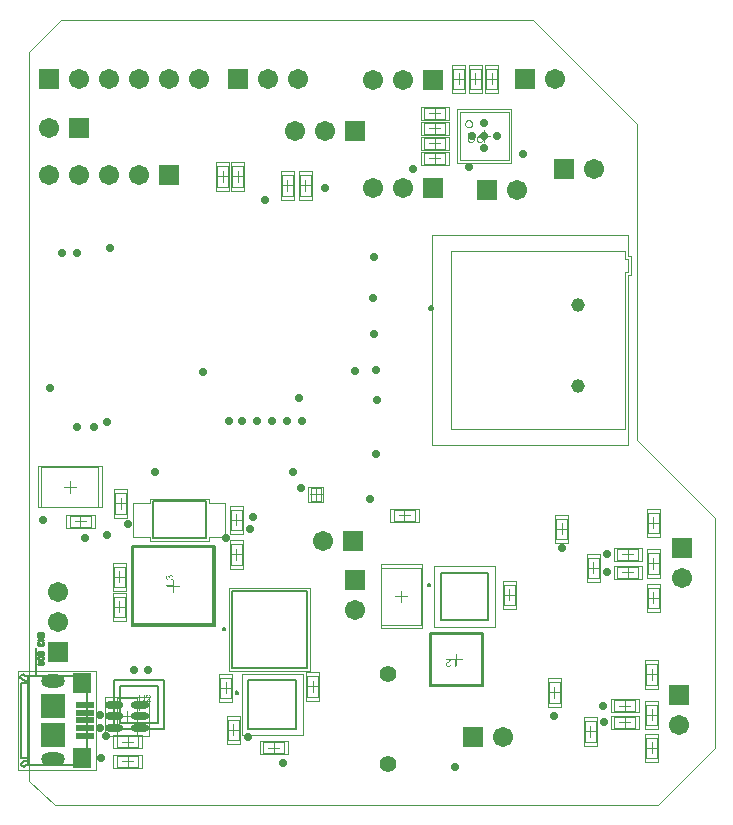
<source format=gbs>
%FSTAX23Y23*%
%MOIN*%
%SFA1B1*%

%IPPOS*%
%ADD10C,0.009449*%
%ADD13C,0.007874*%
%ADD14C,0.005000*%
%ADD16C,0.004000*%
%ADD17C,0.003937*%
%ADD18C,0.010000*%
%ADD19C,0.001969*%
%ADD68R,0.067055X0.067055*%
%ADD69C,0.067055*%
%ADD70C,0.045401*%
%ADD71R,0.067055X0.067055*%
%ADD72C,0.027685*%
%ADD73O,0.078866X0.043433*%
%ADD74C,0.055244*%
%ADD92O,0.061149X0.025716*%
%ADD93R,0.061149X0.023748*%
%ADD94R,0.063118X0.070992*%
%ADD95R,0.082803X0.082803*%
%LNsolears_v1-1*%
%LPD*%
G36*
X01384Y01353D02*
Y01353D01*
Y01352*
Y01352*
Y01352*
X01384Y01352*
Y01351*
X01384Y01351*
X01384Y0135*
X01384Y01349*
X01384Y01348*
X01384Y01347*
X01384Y01347*
X01383Y01346*
Y01346*
X01383Y01346*
X01383Y01346*
X01383Y01346*
X01383Y01346*
X01383Y01345*
X01382Y01345*
X01382Y01344*
X01381Y01343*
X0138Y01343*
X0138*
X0138Y01343*
X0138Y01343*
X0138Y01343*
X0138Y01343*
X01379Y01342*
X01379Y01342*
X01379Y01342*
X01378Y01342*
X01378Y01342*
X01377Y01342*
X01377Y01342*
X01376Y01342*
X01376Y01342*
X01374Y01341*
X01374*
X01374Y01342*
X01374*
X01373Y01342*
X01373Y01342*
X01372Y01342*
X01371Y01342*
X01371Y01342*
X0137Y01342*
X01369Y01343*
X01369*
X01369Y01343*
X01368Y01343*
X01368Y01343*
X01368Y01343*
X01367Y01344*
X01367Y01344*
X01366Y01345*
X01366Y01345*
X01365Y01346*
Y01346*
X01365Y01346*
X01365Y01346*
X01365Y01347*
X01365Y01347*
X01365Y01347*
X01365Y01347*
X01365Y01348*
X01365Y01348*
X01365Y01349*
X01365Y01349*
X01365Y0135*
X01365Y0135*
X01365Y01351*
X01365Y01352*
Y01353*
Y01367*
X01368*
Y01353*
Y01353*
Y01352*
Y01352*
Y01352*
X01368Y01352*
Y01351*
X01368Y01351*
X01368Y0135*
X01368Y01349*
X01368Y01348*
X01368Y01348*
X01368Y01348*
X01368Y01348*
X01369Y01347*
X01369Y01347*
X01369Y01347*
X01369Y01346*
X0137Y01346*
X0137Y01346*
X01371Y01345*
X01371Y01345*
X01371Y01345*
X01371Y01345*
X01372Y01345*
X01372Y01345*
X01373Y01345*
X01373Y01345*
X01374Y01344*
X01375*
X01375Y01345*
X01375*
X01375Y01345*
X01376Y01345*
X01377Y01345*
X01378Y01345*
X01379Y01346*
X01379Y01346*
X01379Y01346*
X01379Y01346*
X01379Y01346*
X0138Y01346*
X0138Y01346*
X0138Y01347*
X0138Y01347*
X0138Y01347*
X0138Y01348*
X0138Y01348*
X0138Y01348*
X01381Y01349*
X01381Y0135*
X01381Y0135*
X01381Y01351*
X01381Y01352*
Y01353*
Y01367*
X01384*
Y01353*
G37*
G36*
X01398Y01367D02*
X01398Y01367D01*
X01398Y01367*
X01399Y01367*
X01399Y01367*
X014Y01367*
X01401Y01366*
X01401Y01366*
X01402Y01366*
X01402Y01366*
X01403Y01365*
X01403Y01365*
X01403Y01365*
X01403Y01365*
X01403Y01365*
X01403Y01365*
X01403Y01364*
X01404Y01364*
X01404Y01364*
X01404Y01363*
X01405Y01362*
X01405Y01362*
X01405Y01361*
X01405Y01361*
X01405Y0136*
Y0136*
Y0136*
X01405Y0136*
X01405Y01359*
X01405Y01359*
X01405Y01358*
X01404Y01358*
X01404Y01357*
X01404Y01357*
X01404Y01357*
X01404Y01357*
X01404Y01356*
X01403Y01356*
X01403Y01355*
X01403Y01355*
X01402Y01354*
X01402Y01354*
X01402Y01354*
X01402Y01354*
X01401Y01353*
X01401Y01353*
X01401Y01353*
X01401Y01353*
X014Y01352*
X014Y01352*
X014Y01352*
X01399Y01351*
X01399Y01351*
X01398Y0135*
X01397Y0135*
X01397Y0135*
X01397Y0135*
X01397Y0135*
X01397Y01349*
X01397Y01349*
X01396Y01349*
X01396Y01348*
X01395Y01348*
X01395Y01347*
X01394Y01347*
X01394Y01347*
X01394Y01347*
X01394Y01346*
X01394Y01346*
X01393Y01346*
X01393Y01346*
X01393Y01346*
X01393Y01346*
X01392Y01345*
X01405*
Y01342*
X01388*
Y01342*
Y01342*
Y01342*
X01388Y01343*
X01388Y01343*
X01388Y01343*
X01388Y01344*
X01389Y01344*
Y01344*
X01389Y01344*
X01389Y01344*
X01389Y01345*
X01389Y01345*
X01389Y01346*
X0139Y01346*
X0139Y01347*
X01391Y01347*
Y01347*
X01391Y01347*
X01391Y01348*
X01391Y01348*
X01392Y01349*
X01392Y01349*
X01393Y0135*
X01394Y0135*
X01395Y01351*
X01395Y01351*
X01395Y01351*
X01395Y01352*
X01395Y01352*
X01396Y01352*
X01396Y01352*
X01396Y01353*
X01397Y01353*
X01398Y01354*
X01399Y01355*
X01399Y01355*
X014Y01356*
X014Y01356*
X014Y01357*
Y01357*
X014Y01357*
X014Y01357*
X014Y01357*
X01401Y01357*
X01401Y01358*
X01401Y01358*
X01401Y01359*
X01402Y0136*
X01402Y0136*
Y0136*
Y0136*
X01402Y01361*
X01402Y01361*
X01401Y01361*
X01401Y01362*
X01401Y01362*
X01401Y01363*
X014Y01363*
X014Y01363*
X014Y01364*
X014Y01364*
X01399Y01364*
X01399Y01364*
X01398Y01364*
X01398Y01365*
X01397Y01365*
X01397*
X01396Y01365*
X01396Y01365*
X01396Y01364*
X01395Y01364*
X01394Y01364*
X01394Y01364*
X01393Y01363*
X01393Y01363*
X01393Y01363*
X01393Y01363*
X01393Y01362*
X01392Y01362*
X01392Y01361*
X01392Y0136*
X01392Y0136*
X01389Y0136*
Y0136*
X01389Y0136*
Y0136*
X01389Y01361*
X01389Y01361*
X01389Y01361*
X01389Y01362*
X01389Y01362*
X01389Y01363*
X0139Y01364*
X0139Y01364*
X0139Y01365*
X01391Y01365*
X01391Y01365*
X01391Y01365*
X01391Y01365*
X01391Y01366*
X01392Y01366*
X01392Y01366*
X01392Y01366*
X01392Y01366*
X01393Y01366*
X01393Y01366*
X01394Y01367*
X01394Y01367*
X01395Y01367*
X01395Y01367*
X01396Y01367*
X01396Y01367*
X01397Y01367*
X01397*
X01398Y01367*
G37*
G36*
X02423Y01459D02*
X02419D01*
Y01482*
X02407*
Y01485*
X02423*
Y01459*
G37*
G36*
X02405Y01484D02*
Y01484D01*
Y01484*
X02405Y01484*
X02405Y01483*
X02405Y01483*
X02405Y01483*
X02404Y01482*
Y01482*
X02404Y01482*
X02404Y01482*
X02404Y01482*
X02404Y01481*
X02404Y01481*
X02403Y0148*
X02403Y0148*
X02402Y01479*
Y01479*
X02402Y01479*
X02402Y01479*
X02402Y01478*
X02401Y01478*
X02401Y01477*
X024Y01477*
X02399Y01476*
X02398Y01475*
X02398Y01475*
X02398Y01475*
X02398Y01475*
X02398Y01475*
X02397Y01474*
X02397Y01474*
X02397Y01474*
X02396Y01473*
X02395Y01472*
X02394Y01472*
X02394Y01471*
X02393Y01471*
X02393Y0147*
X02393Y0147*
Y0147*
X02393Y0147*
X02393Y0147*
X02393Y0147*
X02392Y01469*
X02392Y01469*
X02392Y01468*
X02392Y01467*
X02391Y01467*
X02391Y01466*
Y01466*
Y01466*
X02391Y01466*
X02391Y01465*
X02392Y01465*
X02392Y01465*
X02392Y01464*
X02392Y01464*
X02393Y01463*
X02393Y01463*
X02393Y01463*
X02393Y01463*
X02394Y01462*
X02394Y01462*
X02395Y01462*
X02395Y01462*
X02396Y01462*
X02396*
X02396Y01462*
X02397Y01462*
X02397Y01462*
X02398Y01462*
X02399Y01462*
X02399Y01463*
X024Y01463*
X024Y01463*
X024Y01463*
X024Y01464*
X024Y01464*
X02401Y01465*
X02401Y01465*
X02401Y01466*
X02401Y01467*
X02404Y01466*
Y01466*
X02404Y01466*
Y01466*
X02404Y01466*
X02404Y01466*
X02404Y01465*
X02404Y01465*
X02404Y01464*
X02404Y01464*
X02403Y01463*
X02403Y01462*
X02403Y01462*
X02402Y01461*
X02402Y01461*
X02402Y01461*
X02402Y01461*
X02402Y01461*
X02401Y01461*
X02401Y01461*
X02401Y01461*
X02401Y0146*
X024Y0146*
X024Y0146*
X02399Y0146*
X02399Y0146*
X02398Y01459*
X02398Y01459*
X02397Y01459*
X02397Y01459*
X02396Y01459*
X02396*
X02395Y01459*
X02395Y01459*
X02395Y01459*
X02394Y01459*
X02394Y01459*
X02393Y0146*
X02392Y0146*
X02392Y0146*
X02391Y01461*
X02391Y01461*
X0239Y01461*
X0239Y01461*
X0239Y01461*
X0239Y01461*
X0239Y01462*
X0239Y01462*
X0239Y01462*
X02389Y01462*
X02389Y01463*
X02389Y01463*
X02388Y01464*
X02388Y01465*
X02388Y01465*
X02388Y01466*
X02388Y01466*
Y01466*
Y01466*
X02388Y01467*
X02388Y01467*
X02388Y01468*
X02388Y01468*
X02389Y01469*
X02389Y01469*
X02389Y01469*
X02389Y01469*
X02389Y0147*
X02389Y0147*
X0239Y01471*
X0239Y01471*
X0239Y01472*
X02391Y01472*
X02391Y01472*
X02391Y01473*
X02391Y01473*
X02392Y01473*
X02392Y01473*
X02392Y01473*
X02392Y01474*
X02393Y01474*
X02393Y01474*
X02393Y01475*
X02394Y01475*
X02394Y01476*
X02395Y01476*
X02396Y01477*
X02396Y01477*
X02396Y01477*
X02396Y01477*
X02396Y01477*
X02396Y01477*
X02397Y01477*
X02397Y01478*
X02398Y01478*
X02398Y01479*
X02399Y0148*
X02399Y0148*
X02399Y0148*
X02399Y0148*
X02399Y0148*
X024Y0148*
X024Y0148*
X024Y01481*
X024Y01481*
X02401Y01482*
X02388*
Y01485*
X02405*
Y01484*
G37*
G36*
X01473Y01765D02*
X01473Y01765D01*
X01473Y01765*
X01474Y01765*
X01474Y01765*
X01475Y01764*
X01475Y01764*
X01476Y01764*
X01476Y01764*
X01477Y01763*
X01477Y01763*
X01478Y01763*
X01478Y01762*
X01478Y01762*
X01478Y01762*
X01478Y01762*
X01478Y01762*
X01478Y01762*
X01479Y01761*
X01479Y01761*
X01479Y0176*
X01479Y0176*
X01479Y01759*
X0148Y01759*
X0148Y01758*
X0148Y01758*
X0148Y01757*
X0148Y01756*
Y01756*
X0148Y01756*
X0148Y01756*
X0148Y01755*
X0148Y01755*
X0148Y01755*
X01479Y01754*
X01479Y01753*
X01479Y01752*
X01479Y01752*
X01478Y01751*
X01478Y01751*
X01478Y01751*
X01478Y01751*
X01478Y01751*
X01478Y01751*
X01477Y0175*
X01477Y0175*
X01477Y0175*
X01477Y0175*
X01476Y0175*
X01476Y01749*
X01475Y01749*
X01474Y01749*
X01473Y01749*
X01473Y01748*
X01472Y01752*
X01472*
X01473Y01752*
X01473Y01752*
X01473Y01752*
X01473Y01752*
X01473Y01752*
X01474Y01752*
X01475Y01752*
X01475Y01753*
X01476Y01753*
X01476Y01753*
X01476Y01753*
X01476Y01754*
X01477Y01754*
X01477Y01754*
X01477Y01755*
X01477Y01755*
X01477Y01756*
X01477Y01756*
Y01757*
X01477Y01757*
X01477Y01757*
X01477Y01758*
X01477Y01758*
X01477Y01759*
X01476Y0176*
X01476Y0176*
X01476Y0176*
X01476Y0176*
X01475Y01761*
X01475Y01761*
X01474Y01761*
X01474Y01761*
X01473Y01762*
X01472Y01762*
X01472*
X01472*
X01472*
X01472Y01762*
X01471Y01762*
X01471Y01761*
X0147Y01761*
X0147Y01761*
X01469Y01761*
X01469Y0176*
X01469Y0176*
X01468Y0176*
X01468Y0176*
X01468Y01759*
X01468Y01759*
X01467Y01758*
X01467Y01757*
X01467Y01757*
Y01756*
X01467Y01756*
X01467Y01756*
X01467Y01755*
X01467Y01755*
X01468Y01755*
X01465Y01755*
Y01755*
X01465Y01755*
Y01756*
X01465Y01756*
X01465Y01757*
X01465Y01757*
X01464Y01758*
X01464Y01758*
X01464Y01759*
Y01759*
X01464Y01759*
X01464Y01759*
X01463Y01759*
X01463Y0176*
X01463Y0176*
X01462Y0176*
X01461Y0176*
X01461Y01761*
X01461*
X01461*
X01461*
X0146*
X0146Y0176*
X0146Y0176*
X01459Y0176*
X01459Y0176*
X01458Y0176*
X01458Y01759*
X01458Y01759*
X01458Y01759*
X01458Y01759*
X01457Y01759*
X01457Y01758*
X01457Y01758*
X01457Y01757*
X01457Y01756*
Y01756*
X01457Y01756*
X01457Y01755*
X01457Y01755*
X01457Y01754*
X01458Y01754*
X01458Y01753*
X01458Y01753*
X01458Y01753*
X01458Y01753*
X01459Y01753*
X01459Y01753*
X0146Y01752*
X0146Y01752*
X01461Y01752*
X01461Y01749*
X01461*
X01461Y01749*
X0146Y01749*
X0146Y01749*
X0146Y01749*
X0146Y01749*
X01459Y01749*
X01458Y0175*
X01457Y0175*
X01457Y01751*
X01456Y01751*
X01456Y01751*
X01456Y01751*
X01456Y01752*
X01456Y01752*
X01456Y01752*
X01455Y01752*
X01455Y01752*
X01455Y01753*
X01455Y01753*
X01454Y01754*
X01454Y01755*
X01454Y01756*
Y01757*
X01454Y01757*
X01454Y01758*
X01454Y01758*
X01455Y01759*
X01455Y01759*
X01455Y0176*
Y0176*
X01455Y0176*
X01455Y0176*
X01455Y01761*
X01456Y01761*
X01456Y01762*
X01456Y01762*
X01457Y01762*
X01458Y01763*
X01458Y01763*
X01458Y01763*
X01458Y01763*
X01458Y01763*
X01459Y01763*
X0146Y01764*
X0146Y01764*
X01461Y01764*
X01461*
X01461*
X01461Y01764*
X01462Y01764*
X01462Y01763*
X01463Y01763*
X01463Y01763*
X01464Y01763*
X01464Y01763*
X01464Y01763*
X01464Y01762*
X01465Y01762*
X01465Y01762*
X01465Y01761*
X01466Y01761*
X01466Y0176*
Y0176*
X01466Y0176*
X01466Y0176*
X01466Y01761*
X01466Y01761*
X01466Y01761*
X01467Y01762*
X01467Y01763*
X01467Y01763*
X01468Y01764*
X01468Y01764*
X01468Y01764*
X01469Y01764*
X01469Y01764*
X0147Y01765*
X0147Y01765*
X01471Y01765*
X01472Y01765*
X01472*
X01472*
X01472*
X01473Y01765*
G37*
G36*
X0148Y0173D02*
X01454D01*
Y01733*
X01477*
Y01746*
X0148*
Y0173*
G37*
G54D10*
X02342Y02657D02*
D01*
X02342Y02657*
X02342Y02657*
X02342Y02658*
X02342Y02658*
X02342Y02658*
X02342Y02659*
X02342Y02659*
X02341Y02659*
X02341Y02659*
X02341Y0266*
X02341Y0266*
X02341Y0266*
X0234Y0266*
X0234Y02661*
X0234Y02661*
X02339Y02661*
X02339Y02661*
X02339Y02661*
X02339Y02661*
X02338Y02661*
X02338Y02661*
X02338Y02661*
X02337*
X02337Y02661*
X02337Y02661*
X02336Y02661*
X02336Y02661*
X02336Y02661*
X02335Y02661*
X02335Y02661*
X02335Y02661*
X02334Y0266*
X02334Y0266*
X02334Y0266*
X02334Y0266*
X02334Y02659*
X02333Y02659*
X02333Y02659*
X02333Y02659*
X02333Y02658*
X02333Y02658*
X02333Y02658*
X02333Y02657*
X02333Y02657*
X02333Y02657*
X02333Y02656*
X02333Y02656*
X02333Y02656*
X02333Y02655*
X02333Y02655*
X02333Y02655*
X02333Y02654*
X02333Y02654*
X02334Y02654*
X02334Y02654*
X02334Y02653*
X02334Y02653*
X02334Y02653*
X02335Y02653*
X02335Y02653*
X02335Y02652*
X02336Y02652*
X02336Y02652*
X02336Y02652*
X02337Y02652*
X02337Y02652*
X02337Y02652*
X02338*
X02338Y02652*
X02338Y02652*
X02339Y02652*
X02339Y02652*
X02339Y02652*
X02339Y02652*
X0234Y02653*
X0234Y02653*
X0234Y02653*
X02341Y02653*
X02341Y02653*
X02341Y02654*
X02341Y02654*
X02341Y02654*
X02342Y02654*
X02342Y02655*
X02342Y02655*
X02342Y02655*
X02342Y02656*
X02342Y02656*
X02342Y02656*
X02342Y02657*
G54D13*
X01302Y01397D02*
X01427D01*
Y01272D02*
Y01397D01*
X01302Y01272D02*
X01427D01*
X01302D02*
Y01397D01*
X02338Y014D02*
X02507D01*
X02338D02*
Y01569D01*
X02507*
Y014D02*
Y01569D01*
X01346Y01601D02*
Y01859D01*
X01613*
Y01601D02*
Y01859D01*
X01346Y01601D02*
X01613D01*
X01282Y01417D02*
X01447D01*
Y01252D02*
Y01417D01*
X01282Y01252D02*
X01447D01*
X01282D02*
Y01417D01*
X02334Y01396D02*
X02511D01*
X02334D02*
Y01573D01*
X02511*
Y01396D02*
Y01573D01*
X01342Y01597D02*
Y01863D01*
X01617*
Y01597D02*
Y01863D01*
X01342Y01597D02*
X01617D01*
X01282Y01417D02*
X01447D01*
Y01252D02*
Y01417D01*
X01282Y01252D02*
X01447D01*
X01282D02*
Y01417D01*
X02334Y01396D02*
X02511D01*
X02334D02*
Y01573D01*
X02511*
Y01396D02*
Y01573D01*
X01342Y01597D02*
Y01863D01*
X01617*
Y01597D02*
Y01863D01*
X01342Y01597D02*
X01617D01*
X01652Y01585D02*
D01*
X01652Y01585*
X01652Y01585*
X01652Y01585*
X01652Y01586*
X01652Y01586*
X01652Y01586*
X01651Y01586*
X01651Y01587*
X01651Y01587*
X01651Y01587*
X01651Y01587*
X01651Y01587*
X0165Y01588*
X0165Y01588*
X0165Y01588*
X0165Y01588*
X01649Y01588*
X01649Y01588*
X01649Y01588*
X01649Y01588*
X01648Y01588*
X01648Y01588*
X01648*
X01648Y01588*
X01647Y01588*
X01647Y01588*
X01647Y01588*
X01646Y01588*
X01646Y01588*
X01646Y01588*
X01646Y01588*
X01646Y01588*
X01645Y01587*
X01645Y01587*
X01645Y01587*
X01645Y01587*
X01645Y01587*
X01644Y01586*
X01644Y01586*
X01644Y01586*
X01644Y01586*
X01644Y01585*
X01644Y01585*
X01644Y01585*
X01644Y01585*
X01644Y01584*
X01644Y01584*
X01644Y01584*
X01644Y01583*
X01644Y01583*
X01644Y01583*
X01644Y01583*
X01645Y01582*
X01645Y01582*
X01645Y01582*
X01645Y01582*
X01645Y01582*
X01646Y01581*
X01646Y01581*
X01646Y01581*
X01646Y01581*
X01646Y01581*
X01647Y01581*
X01647Y01581*
X01647Y01581*
X01648Y01581*
X01648Y01581*
X01648*
X01648Y01581*
X01649Y01581*
X01649Y01581*
X01649Y01581*
X01649Y01581*
X0165Y01581*
X0165Y01581*
X0165Y01581*
X0165Y01581*
X01651Y01582*
X01651Y01582*
X01651Y01582*
X01651Y01582*
X01651Y01582*
X01651Y01583*
X01652Y01583*
X01652Y01583*
X01652Y01583*
X01652Y01584*
X01652Y01584*
X01652Y01584*
X01652Y01585*
X02336Y01733D02*
D01*
X02336Y01733*
X02336Y01733*
X02336Y01734*
X02336Y01734*
X02336Y01734*
X02336Y01734*
X02336Y01735*
X02336Y01735*
X02336Y01735*
X02335Y01735*
X02335Y01736*
X02335Y01736*
X02335Y01736*
X02335Y01736*
X02334Y01736*
X02334Y01736*
X02334Y01737*
X02334Y01737*
X02333Y01737*
X02333Y01737*
X02333Y01737*
X02333Y01737*
X02332*
X02332Y01737*
X02332Y01737*
X02331Y01737*
X02331Y01737*
X02331Y01737*
X02331Y01736*
X0233Y01736*
X0233Y01736*
X0233Y01736*
X0233Y01736*
X0233Y01736*
X02329Y01735*
X02329Y01735*
X02329Y01735*
X02329Y01735*
X02329Y01734*
X02329Y01734*
X02329Y01734*
X02329Y01734*
X02328Y01733*
X02328Y01733*
X02328Y01733*
X02328Y01733*
X02328Y01732*
X02329Y01732*
X02329Y01732*
X02329Y01732*
X02329Y01731*
X02329Y01731*
X02329Y01731*
X02329Y01731*
X02329Y0173*
X0233Y0173*
X0233Y0173*
X0233Y0173*
X0233Y0173*
X0233Y01729*
X02331Y01729*
X02331Y01729*
X02331Y01729*
X02331Y01729*
X02332Y01729*
X02332Y01729*
X02332Y01729*
X02333*
X02333Y01729*
X02333Y01729*
X02333Y01729*
X02334Y01729*
X02334Y01729*
X02334Y01729*
X02334Y01729*
X02335Y0173*
X02335Y0173*
X02335Y0173*
X02335Y0173*
X02335Y0173*
X02336Y01731*
X02336Y01731*
X02336Y01731*
X02336Y01731*
X02336Y01732*
X02336Y01732*
X02336Y01732*
X02336Y01732*
X02336Y01733*
X02336Y01733*
X01696Y01374D02*
D01*
X01696Y01374*
X01695Y01374*
X01695Y01375*
X01695Y01375*
X01695Y01375*
X01695Y01375*
X01695Y01376*
X01695Y01376*
X01695Y01376*
X01695Y01376*
X01694Y01377*
X01694Y01377*
X01694Y01377*
X01694Y01377*
X01694Y01377*
X01693Y01377*
X01693Y01378*
X01693Y01378*
X01693Y01378*
X01692Y01378*
X01692Y01378*
X01692Y01378*
X01691*
X01691Y01378*
X01691Y01378*
X01691Y01378*
X0169Y01378*
X0169Y01378*
X0169Y01377*
X0169Y01377*
X01689Y01377*
X01689Y01377*
X01689Y01377*
X01689Y01377*
X01689Y01376*
X01688Y01376*
X01688Y01376*
X01688Y01376*
X01688Y01375*
X01688Y01375*
X01688Y01375*
X01688Y01375*
X01688Y01374*
X01688Y01374*
X01688Y01374*
X01688Y01374*
X01688Y01373*
X01688Y01373*
X01688Y01373*
X01688Y01373*
X01688Y01372*
X01688Y01372*
X01688Y01372*
X01688Y01372*
X01689Y01371*
X01689Y01371*
X01689Y01371*
X01689Y01371*
X01689Y01371*
X0169Y0137*
X0169Y0137*
X0169Y0137*
X0169Y0137*
X01691Y0137*
X01691Y0137*
X01691Y0137*
X01691Y0137*
X01692*
X01692Y0137*
X01692Y0137*
X01693Y0137*
X01693Y0137*
X01693Y0137*
X01693Y0137*
X01694Y0137*
X01694Y01371*
X01694Y01371*
X01694Y01371*
X01694Y01371*
X01695Y01371*
X01695Y01372*
X01695Y01372*
X01695Y01372*
X01695Y01372*
X01695Y01373*
X01695Y01373*
X01695Y01373*
X01695Y01373*
X01696Y01374*
X01696Y01374*
G54D14*
X00997Y01131D02*
D01*
X00996Y01131*
X00995Y01132*
X00994Y01132*
X00993Y01132*
X00993Y01132*
X00992Y01132*
X00991Y01132*
X0099Y01132*
X00989Y01132*
X00989Y01132*
X00988Y01132*
X00987Y01132*
X00986Y01131*
X00986Y01131*
X00985Y0113*
X00984Y0113*
X00984Y01129*
X00983Y01129*
X00982Y01128*
X00982Y01128*
X00981Y01127*
X00981Y01126*
X00981Y01126*
X00993Y01147D02*
D01*
X00991Y01147*
X0099Y01147*
X00989Y01147*
X00988Y01147*
X00986Y01147*
X00985Y01147*
X00984Y01147*
X00983Y01146*
X00982Y01146*
X0098Y01145*
X00979Y01145*
X00978Y01144*
X00977Y01143*
X00976Y01142*
X00975Y01141*
X00975Y01141*
X00974Y0114*
X00973Y01138*
X00972Y01137*
X00972Y01136*
X00971Y01135*
X00971Y01134*
X00971Y01133*
X00981Y01435D02*
D01*
X00981Y01435*
X00982Y01434*
X00982Y01433*
X00983Y01433*
X00983Y01432*
X00984Y01432*
X00984Y01431*
X00985Y01431*
X00986Y0143*
X00987Y0143*
X00987Y0143*
X00988Y01429*
X00989Y01429*
X0099Y01429*
X00991Y01429*
X00991Y01429*
X00992Y01429*
X00993Y01429*
X00994Y01429*
X00995Y0143*
X00995Y0143*
X00996Y0143*
X00997Y0143*
X00969Y01428D02*
D01*
X00969Y01427*
X0097Y01426*
X0097Y01424*
X00971Y01423*
X00972Y01422*
X00973Y01421*
X00974Y0142*
X00974Y01419*
X00975Y01418*
X00977Y01417*
X00978Y01417*
X00979Y01416*
X0098Y01415*
X00981Y01415*
X00983Y01415*
X00984Y01414*
X00985Y01414*
X00987Y01414*
X00988Y01414*
X00989Y01414*
X00991Y01414*
X00992Y01414*
X00993Y01415*
X01193Y01131D02*
Y0143D01*
X01022D02*
X01193D01*
X00995D02*
X01022D01*
X00995Y01131D02*
Y0143D01*
Y01131D02*
X00997D01*
X01193*
X00971Y01133D02*
X00981Y01126D01*
X00971Y01155D02*
X00993D01*
X00971D02*
Y01407D01*
X00993*
X00969Y01428D02*
X00981Y01435D01*
X01022Y0143D02*
Y01523D01*
X01674Y01714D02*
X01925D01*
Y01455D02*
Y01714D01*
X01674Y01455D02*
X01925D01*
X01674D02*
Y01714D01*
X02371Y01616D02*
Y01773D01*
X02528Y01616D02*
Y01773D01*
X02371D02*
X02528D01*
X02371Y01616D02*
X02528D01*
X01411Y02011D02*
X01588D01*
Y01888D02*
Y02011D01*
X01411Y01888D02*
X01588D01*
X01411D02*
Y02011D01*
X01729Y01254D02*
Y01415D01*
X0189Y01254D02*
Y01415D01*
X01729D02*
X0189D01*
X01729Y01254D02*
X0189D01*
G54D16*
X02461Y0324D02*
Y03215D01*
X02466Y0321*
X02476*
X02481Y03215*
Y0324*
X02511D02*
X02501Y03235D01*
X02491Y03225*
Y03215*
X02496Y0321*
X02506*
X02511Y03215*
Y0322*
X02506Y03225*
X02491*
G54D17*
X01Y0108D02*
Y0351D01*
X01105Y03615*
X0268*
X0291Y03385*
X0299Y03305*
X03025Y0327*
Y02215D02*
Y0327D01*
Y02215D02*
X03285Y01955D01*
Y0119D02*
Y01955D01*
X03095Y01D02*
X03285Y0119D01*
X01085Y01D02*
X03095D01*
X01Y0108D02*
X01085Y01D01*
X02476Y0327D02*
D01*
X02476Y0327*
X02476Y03271*
X02476Y03272*
X02475Y03273*
X02475Y03274*
X02475Y03274*
X02474Y03275*
X02474Y03276*
X02474Y03276*
X02473Y03277*
X02473Y03278*
X02472Y03278*
X02471Y03279*
X02471Y03279*
X0247Y0328*
X02469Y0328*
X02468Y0328*
X02468Y03281*
X02467Y03281*
X02466Y03281*
X02465Y03281*
X02464Y03281*
X02464*
X02463Y03281*
X02462Y03281*
X02461Y03281*
X0246Y03281*
X0246Y0328*
X02459Y0328*
X02458Y0328*
X02457Y03279*
X02457Y03279*
X02456Y03278*
X02456Y03278*
X02455Y03277*
X02454Y03276*
X02454Y03276*
X02454Y03275*
X02453Y03274*
X02453Y03274*
X02453Y03273*
X02452Y03272*
X02452Y03271*
X02452Y0327*
X02452Y0327*
X02452Y03269*
X02452Y03268*
X02452Y03267*
X02453Y03266*
X02453Y03265*
X02453Y03265*
X02454Y03264*
X02454Y03263*
X02454Y03263*
X02455Y03262*
X02456Y03261*
X02456Y03261*
X02457Y0326*
X02457Y0326*
X02458Y03259*
X02459Y03259*
X0246Y03259*
X0246Y03258*
X02461Y03258*
X02462Y03258*
X02463Y03258*
X02464Y03258*
X02464*
X02465Y03258*
X02466Y03258*
X02467Y03258*
X02468Y03258*
X02468Y03259*
X02469Y03259*
X0247Y03259*
X02471Y0326*
X02471Y0326*
X02472Y03261*
X02473Y03261*
X02473Y03262*
X02474Y03263*
X02474Y03263*
X02474Y03264*
X02475Y03265*
X02475Y03265*
X02475Y03266*
X02476Y03267*
X02476Y03268*
X02476Y03269*
X02476Y0327*
X0104Y02126D02*
X01229D01*
X0104Y01993D02*
X01229D01*
X0104D02*
Y02126D01*
X01229Y01993D02*
Y02126D01*
X02861Y01824D02*
X02898D01*
X02861Y01755D02*
X02898D01*
Y01824*
X02861Y01755D02*
Y01824D01*
X02215Y01946D02*
Y01983D01*
X02284Y01946D02*
Y01983D01*
X02215D02*
X02284D01*
X02215Y01946D02*
X02284D01*
X03061Y01724D02*
X03098D01*
X03061Y01655D02*
X03098D01*
Y01724*
X03061Y01655D02*
Y01724D01*
Y01839D02*
X03098D01*
X03061Y0177D02*
X03098D01*
Y01839*
X03061Y0177D02*
Y01839D01*
Y01974D02*
X03098D01*
X03061Y01905D02*
X03098D01*
Y01974*
X03061Y01905D02*
Y01974D01*
X02756Y01954D02*
X02793D01*
X02756Y01885D02*
X02793D01*
Y01954*
X02756Y01885D02*
Y01954D01*
X0296Y01756D02*
Y01793D01*
X03029Y01756D02*
Y01793D01*
X0296D02*
X03029D01*
X0296Y01756D02*
X03029D01*
X0296Y01816D02*
Y01853D01*
X03029Y01816D02*
Y01853D01*
X0296D02*
X03029D01*
X0296Y01816D02*
X03029D01*
X02851Y01279D02*
X02888D01*
X02851Y0121D02*
X02888D01*
Y01279*
X02851Y0121D02*
Y01279D01*
X03056Y01469D02*
X03093D01*
X03056Y014D02*
X03093D01*
Y01469*
X03056Y014D02*
Y01469D01*
X02731Y01409D02*
X02768D01*
X02731Y0134D02*
X02768D01*
Y01409*
X02731Y0134D02*
Y01409D01*
X0295Y01256D02*
Y01293D01*
X03019Y01256D02*
Y01293D01*
X0295D02*
X03019D01*
X0295Y01256D02*
X03019D01*
X0295Y01311D02*
Y01348D01*
X03019Y01311D02*
Y01348D01*
X0295D02*
X03019D01*
X0295Y01311D02*
X03019D01*
X03056Y01334D02*
X03093D01*
X03056Y01265D02*
X03093D01*
Y01334*
X03056Y01265D02*
Y01334D01*
Y01224D02*
X03093D01*
X03056Y01155D02*
X03093D01*
Y01224*
X03056Y01155D02*
Y01224D01*
X01204Y01926D02*
Y01963D01*
X01135Y01926D02*
Y01963D01*
Y01926D02*
X01204D01*
X01135Y01963D02*
X01204D01*
X01676Y03129D02*
X01713D01*
X01676Y0306D02*
X01713D01*
Y03129*
X01676Y0306D02*
Y03129D01*
X01626D02*
X01663D01*
X01626Y0306D02*
X01663D01*
Y03129*
X01626Y0306D02*
Y03129D01*
X01901Y03099D02*
X01938D01*
X01901Y0303D02*
X01938D01*
Y03099*
X01901Y0303D02*
Y03099D01*
X01841D02*
X01878D01*
X01841Y0303D02*
X01878D01*
Y03099*
X01841Y0303D02*
Y03099D01*
X02986Y02253D02*
Y02775D01*
X02405Y02253D02*
X02986D01*
X02405D02*
Y02846D01*
X02986Y02775D02*
X02996D01*
Y02818*
X02986D02*
X02996D01*
X02986D02*
Y02846D01*
X02405D02*
X02986D01*
X02435Y03149D02*
Y0331D01*
X02597Y03149D02*
Y0331D01*
X02435D02*
X02597D01*
X02435Y03149D02*
X02597D01*
X02385Y03236D02*
Y03273D01*
X02316Y03236D02*
Y03273D01*
Y03236D02*
X02385D01*
X02316Y03273D02*
X02385D01*
Y03286D02*
Y03323D01*
X02316Y03286D02*
Y03323D01*
Y03286D02*
X02385D01*
X02316Y03323D02*
X02385D01*
Y03186D02*
Y03223D01*
X02316Y03186D02*
Y03223D01*
Y03186D02*
X02385D01*
X02316Y03223D02*
X02385D01*
Y03136D02*
Y03173D01*
X02316Y03136D02*
Y03173D01*
Y03136D02*
X02385D01*
X02316Y03173D02*
X02385D01*
X02412Y03454D02*
X0245D01*
X02412Y03385D02*
X0245D01*
Y03454*
X02412Y03385D02*
Y03454D01*
X02522D02*
X0256D01*
X02522Y03385D02*
X0256D01*
Y03454*
X02522Y03385D02*
Y03454D01*
X02467D02*
X02505D01*
X02467Y03385D02*
X02505D01*
Y03454*
X02467Y03385D02*
Y03454D01*
X01971Y02014D02*
Y02055D01*
X01938Y02014D02*
Y02055D01*
Y02014D02*
X01971D01*
X01938Y02055D02*
X01971D01*
X01291Y01356D02*
X01358D01*
X01291Y01233D02*
X01358D01*
Y01356*
X01291Y01233D02*
Y01356D01*
X01293Y01191D02*
Y01228D01*
X01362Y01191D02*
Y01228D01*
X01293D02*
X01362D01*
X01293Y01191D02*
X01362D01*
X01293Y01126D02*
Y01163D01*
X01362Y01126D02*
Y01163D01*
X01293D02*
X01362D01*
X01293Y01126D02*
X01362D01*
X02306Y016D02*
Y01789D01*
X02173Y016D02*
Y01789D01*
X02306*
X02173Y016D02*
X02306D01*
X01281Y01625D02*
X01318D01*
X01281Y01694D02*
X01318D01*
X01281Y01625D02*
Y01694D01*
X01318Y01625D02*
Y01694D01*
X01281Y01725D02*
X01318D01*
X01281Y01794D02*
X01318D01*
X01281Y01725D02*
Y01794D01*
X01318Y01725D02*
Y01794D01*
X01671Y01915D02*
X01708D01*
X01671Y01984D02*
X01708D01*
X01671Y01915D02*
Y01984D01*
X01708Y01915D02*
Y01984D01*
X01671Y018D02*
X01708D01*
X01671Y01869D02*
X01708D01*
X01671Y018D02*
Y01869D01*
X01708Y018D02*
Y01869D01*
X01286Y0197D02*
X01323D01*
X01286Y02039D02*
X01323D01*
X01286Y0197D02*
Y02039D01*
X01323Y0197D02*
Y02039D01*
X01926Y01429D02*
X01963D01*
X01926Y0136D02*
X01963D01*
Y01429*
X01926Y0136D02*
Y01429D01*
X01661Y01215D02*
X01698D01*
X01661Y01284D02*
X01698D01*
X01661Y01215D02*
Y01284D01*
X01698Y01215D02*
Y01284D01*
X01636Y01424D02*
X01673D01*
X01636Y01355D02*
X01673D01*
Y01424*
X01636Y01355D02*
Y01424D01*
X01849Y01171D02*
Y01208D01*
X0178Y01171D02*
Y01208D01*
Y01171D02*
X01849D01*
X0178Y01208D02*
X01849D01*
X02581Y01734D02*
X02618D01*
X02581Y01665D02*
X02618D01*
Y01734*
X02581Y01665D02*
Y01734D01*
X01135Y0204D02*
Y02079D01*
X01115Y0206D02*
X01154D01*
X01028Y02128D02*
X01241D01*
X01028Y01991D02*
X01241D01*
X01028D02*
Y02128D01*
X01241Y01991D02*
Y02128D01*
X02858Y01837D02*
X02901D01*
X02858Y01742D02*
X02901D01*
Y01837*
X02858Y01742D02*
Y01837D01*
X0288Y01771D02*
Y01808D01*
X02861Y0179D02*
X02898D01*
X02202Y01943D02*
Y01986D01*
X02297Y01943D02*
Y01986D01*
X02202D02*
X02297D01*
X02202Y01943D02*
X02297D01*
X02231Y01965D02*
X02268D01*
X0225Y01946D02*
Y01983D01*
X03058Y01737D02*
X03101D01*
X03058Y01642D02*
X03101D01*
Y01737*
X03058Y01642D02*
Y01737D01*
X0308Y01671D02*
Y01708D01*
X03061Y0169D02*
X03098D01*
X03058Y01852D02*
X03101D01*
X03058Y01757D02*
X03101D01*
Y01852*
X03058Y01757D02*
Y01852D01*
X0308Y01786D02*
Y01823D01*
X03061Y01805D02*
X03098D01*
X03058Y01987D02*
X03101D01*
X03058Y01892D02*
X03101D01*
Y01987*
X03058Y01892D02*
Y01987D01*
X0308Y01921D02*
Y01958D01*
X03061Y0194D02*
X03098D01*
X02753Y01967D02*
X02796D01*
X02753Y01872D02*
X02796D01*
Y01967*
X02753Y01872D02*
Y01967D01*
X02775Y01901D02*
Y01938D01*
X02756Y0192D02*
X02793D01*
X02947Y01753D02*
Y01796D01*
X03042Y01753D02*
Y01796D01*
X02947D02*
X03042D01*
X02947Y01753D02*
X03042D01*
X02976Y01775D02*
X03013D01*
X02995Y01756D02*
Y01793D01*
X02947Y01813D02*
Y01856D01*
X03042Y01813D02*
Y01856D01*
X02947D02*
X03042D01*
X02947Y01813D02*
X03042D01*
X02976Y01835D02*
X03013D01*
X02995Y01816D02*
Y01853D01*
X02848Y01292D02*
X02891D01*
X02848Y01197D02*
X02891D01*
Y01292*
X02848Y01197D02*
Y01292D01*
X0287Y01226D02*
Y01263D01*
X02851Y01245D02*
X02888D01*
X03053Y01482D02*
X03096D01*
X03053Y01387D02*
X03096D01*
Y01482*
X03053Y01387D02*
Y01482D01*
X03075Y01416D02*
Y01453D01*
X03056Y01435D02*
X03093D01*
X02728Y01422D02*
X02771D01*
X02728Y01327D02*
X02771D01*
Y01422*
X02728Y01327D02*
Y01422D01*
X0275Y01356D02*
Y01393D01*
X02731Y01375D02*
X02768D01*
X02937Y01253D02*
Y01296D01*
X03032Y01253D02*
Y01296D01*
X02937D02*
X03032D01*
X02937Y01253D02*
X03032D01*
X02966Y01275D02*
X03003D01*
X02985Y01256D02*
Y01293D01*
X02937Y01308D02*
Y01351D01*
X03032Y01308D02*
Y01351D01*
X02937D02*
X03032D01*
X02937Y01308D02*
X03032D01*
X02966Y0133D02*
X03003D01*
X02985Y01311D02*
Y01348D01*
X03053Y01347D02*
X03096D01*
X03053Y01252D02*
X03096D01*
Y01347*
X03053Y01252D02*
Y01347D01*
X03075Y01281D02*
Y01318D01*
X03056Y013D02*
X03093D01*
X03053Y01237D02*
X03096D01*
X03053Y01142D02*
X03096D01*
Y01237*
X03053Y01142D02*
Y01237D01*
X03075Y01171D02*
Y01208D01*
X03056Y0119D02*
X03093D01*
X01217Y01923D02*
Y01966D01*
X01122Y01923D02*
Y01966D01*
Y01923D02*
X01217D01*
X01122Y01966D02*
X01217D01*
X01151Y01945D02*
X01188D01*
X0117Y01926D02*
Y01963D01*
X01673Y03142D02*
X01716D01*
X01673Y03047D02*
X01716D01*
Y03142*
X01673Y03047D02*
Y03142D01*
X01695Y03076D02*
Y03113D01*
X01676Y03095D02*
X01713D01*
X01623Y03142D02*
X01666D01*
X01623Y03047D02*
X01666D01*
Y03142*
X01623Y03047D02*
Y03142D01*
X01645Y03076D02*
Y03113D01*
X01626Y03095D02*
X01663D01*
X01898Y03112D02*
X01941D01*
X01898Y03017D02*
X01941D01*
Y03112*
X01898Y03017D02*
Y03112D01*
X0192Y03046D02*
Y03083D01*
X01901Y03065D02*
X01938D01*
X01838Y03112D02*
X01881D01*
X01838Y03017D02*
X01881D01*
Y03112*
X01838Y03017D02*
Y03112D01*
X0186Y03046D02*
Y03083D01*
X01841Y03065D02*
X01878D01*
X02496Y0323D02*
X02536D01*
X02516Y0321D02*
Y03249D01*
X02398Y03233D02*
Y03276D01*
X02304Y03233D02*
Y03276D01*
Y03233D02*
X02398D01*
X02304Y03276D02*
X02398D01*
X02332Y03255D02*
X0237D01*
X02351Y03236D02*
Y03273D01*
X02398Y03283D02*
Y03326D01*
X02304Y03283D02*
Y03326D01*
Y03283D02*
X02398D01*
X02304Y03326D02*
X02398D01*
X02332Y03305D02*
X0237D01*
X02351Y03286D02*
Y03323D01*
X02398Y03183D02*
Y03226D01*
X02304Y03183D02*
Y03226D01*
Y03183D02*
X02398D01*
X02304Y03226D02*
X02398D01*
X02332Y03205D02*
X0237D01*
X02351Y03186D02*
Y03223D01*
X02398Y03133D02*
Y03176D01*
X02304Y03133D02*
Y03176D01*
Y03133D02*
X02398D01*
X02304Y03176D02*
X02398D01*
X02332Y03155D02*
X0237D01*
X02351Y03136D02*
Y03173D01*
X02409Y03467D02*
X02452D01*
X02409Y03372D02*
X02452D01*
Y03467*
X02409Y03372D02*
Y03467D01*
X02431Y03401D02*
Y03438D01*
X02412Y0342D02*
X0245D01*
X02519Y03467D02*
X02562D01*
X02519Y03372D02*
X02562D01*
Y03467*
X02519Y03372D02*
Y03467D01*
X02541Y03401D02*
Y03438D01*
X02522Y0342D02*
X0256D01*
X02464Y03467D02*
X02507D01*
X02464Y03372D02*
X02507D01*
Y03467*
X02464Y03372D02*
Y03467D01*
X02486Y03401D02*
Y03438D01*
X02467Y0342D02*
X02505D01*
X01935Y02035D02*
X01974D01*
X01955Y02015D02*
Y02054D01*
X01325Y01275D02*
Y01314D01*
X01305Y01295D02*
X01344D01*
X0128Y01188D02*
Y01231D01*
X01374Y01188D02*
Y01231D01*
X0128D02*
X01374D01*
X0128Y01188D02*
X01374D01*
X01308Y0121D02*
X01346D01*
X01327Y01191D02*
Y01228D01*
X0128Y01123D02*
Y01166D01*
X01374Y01123D02*
Y01166D01*
X0128D02*
X01374D01*
X0128Y01123D02*
X01374D01*
X01308Y01145D02*
X01346D01*
X01327Y01126D02*
Y01163D01*
X0222Y01695D02*
X02259D01*
X0224Y01675D02*
Y01714D01*
X02308Y01588D02*
Y01801D01*
X02171Y01588D02*
Y01801D01*
X02308*
X02171Y01588D02*
X02308D01*
X01278Y01612D02*
X01321D01*
X01278Y01707D02*
X01321D01*
X01278Y01612D02*
Y01707D01*
X01321Y01612D02*
Y01707D01*
X013Y01641D02*
Y01678D01*
X01281Y0166D02*
X01318D01*
X01278Y01712D02*
X01321D01*
X01278Y01807D02*
X01321D01*
X01278Y01712D02*
Y01807D01*
X01321Y01712D02*
Y01807D01*
X013Y01741D02*
Y01778D01*
X01281Y0176D02*
X01318D01*
X01668Y01902D02*
X01711D01*
X01668Y01997D02*
X01711D01*
X01668Y01902D02*
Y01997D01*
X01711Y01902D02*
Y01997D01*
X0169Y01931D02*
Y01968D01*
X01671Y0195D02*
X01708D01*
X01668Y01787D02*
X01711D01*
X01668Y01882D02*
X01711D01*
X01668Y01787D02*
Y01882D01*
X01711Y01787D02*
Y01882D01*
X0169Y01816D02*
Y01853D01*
X01671Y01835D02*
X01708D01*
X01283Y01957D02*
X01326D01*
X01283Y02052D02*
X01326D01*
X01283Y01957D02*
Y02052D01*
X01326Y01957D02*
Y02052D01*
X01305Y01986D02*
Y02023D01*
X01286Y02005D02*
X01323D01*
X01923Y01442D02*
X01966D01*
X01923Y01347D02*
X01966D01*
Y01442*
X01923Y01347D02*
Y01442D01*
X01945Y01376D02*
Y01413D01*
X01926Y01395D02*
X01963D01*
X01658Y01202D02*
X01701D01*
X01658Y01297D02*
X01701D01*
X01658Y01202D02*
Y01297D01*
X01701Y01202D02*
Y01297D01*
X0168Y01231D02*
Y01268D01*
X01661Y0125D02*
X01698D01*
X01633Y01437D02*
X01676D01*
X01633Y01342D02*
X01676D01*
Y01437*
X01633Y01342D02*
Y01437D01*
X01655Y01371D02*
Y01408D01*
X01636Y0139D02*
X01673D01*
X01862Y01168D02*
Y01211D01*
X01767Y01168D02*
Y01211D01*
Y01168D02*
X01862D01*
X01767Y01211D02*
X01862D01*
X01796Y0119D02*
X01833D01*
X01815Y01171D02*
Y01208D01*
X02578Y01747D02*
X02621D01*
X02578Y01652D02*
X02621D01*
Y01747*
X02578Y01652D02*
Y01747D01*
X026Y01681D02*
Y01718D01*
X02581Y017D02*
X02618D01*
X01345Y01335D02*
X01384D01*
X01365Y01315D02*
Y01354D01*
X02403Y01485D02*
X02443D01*
X02423Y01465D02*
Y01504D01*
X0148Y0171D02*
Y0175D01*
X0146Y0173D02*
X01499D01*
G54D18*
X01028Y01468D02*
X01044D01*
Y01476*
X01041Y01478*
X01036*
X01033Y01476*
Y01468*
X01041Y01494D02*
X01044Y01492D01*
Y01486*
X01041Y01484*
X01031*
X01028Y01486*
Y01492*
X01031Y01494*
X01044Y015D02*
X01028D01*
Y01508*
X01031Y0151*
X01033*
X01036Y01508*
Y015*
Y01508*
X01039Y0151*
X01041*
X01044Y01508*
Y015*
Y01542D02*
Y01532D01*
X01028*
Y01542*
X01036Y01532D02*
Y01537D01*
X01028Y01548D02*
X01044D01*
X01028Y01558*
X01044*
Y01564D02*
X01028D01*
Y01572*
X01031Y01574*
X01041*
X01044Y01572*
Y01564*
G54D19*
X02342Y022D02*
Y02899D01*
X02996*
X02342Y022D02*
X02996D01*
Y02765*
X03006*
Y02828*
X02996D02*
X03006D01*
X02996D02*
Y02899D01*
X02425Y03139D02*
Y0332D01*
Y03139D02*
X02606D01*
Y0332*
X02425D02*
X02606D01*
X0198Y02009D02*
Y0206D01*
X01929Y02009D02*
Y0206D01*
Y02009D02*
X0198D01*
X01929Y0206D02*
X0198D01*
X01252Y01359D02*
X01397D01*
X01252Y0123D02*
X01397D01*
Y01359*
X01252Y0123D02*
Y01359D01*
X00961Y01115D02*
X01221D01*
X00961D02*
Y01446D01*
X01221*
Y01115D02*
Y01446D01*
X01664Y01446D02*
Y01723D01*
Y01446D02*
X01935D01*
Y01723*
X01664D02*
X01935D01*
X02552Y01592D02*
Y01797D01*
X02347Y01592D02*
Y01797D01*
X02552*
X02347Y01592D02*
X02552D01*
X01346Y01893D02*
Y02006D01*
Y01893D02*
X01401D01*
Y01879D02*
Y01893D01*
Y01879D02*
X01598D01*
Y01893*
X01653*
Y02006*
X01598D02*
X01653D01*
X01598D02*
Y0202D01*
X01401D02*
X01598D01*
X01401Y02006D02*
Y0202D01*
X01346Y02006D02*
X01401D01*
X01912Y01232D02*
Y01437D01*
X01707Y01232D02*
Y01437D01*
X01912*
X01707Y01232D02*
X01912D01*
G54D68*
X01065Y0342D03*
X02781Y0312D03*
X0248Y01225D03*
X02526Y0305D03*
X02346Y03415D03*
X02651Y0342D03*
X01695D03*
X02346Y03055D03*
X02085Y03245D03*
X0208Y0188D03*
X01465Y031D03*
X01165Y03255D03*
G54D69*
X01165Y0342D03*
X01265D03*
X01365D03*
X01465D03*
X01565D03*
X02881Y0312D03*
X02085Y0165D03*
X0258Y01225D03*
X02626Y0305D03*
X01095Y0171D03*
Y0161D03*
X02246Y03415D03*
X02146D03*
X02751Y0342D03*
X01795D03*
X01895D03*
X02246Y03055D03*
X02146D03*
X03165Y01265D03*
X01985Y03245D03*
X01885D03*
X0198Y0188D03*
X03175Y01755D03*
X01065Y031D03*
X01165D03*
X01265D03*
X01365D03*
X01065Y03255D03*
G54D70*
X0283Y02397D03*
Y02665D03*
G54D71*
X02085Y0175D03*
X01095Y0151D03*
X03165Y01365D03*
X03175Y01855D03*
G54D72*
X01079Y01151D03*
Y01411D03*
X01985Y03055D03*
X01239Y01155D03*
X01905Y02055D03*
X0188Y0211D03*
X02465Y03125D03*
X0142Y0211D03*
X01845Y0114D03*
X0173Y01225D03*
X0127Y02855D03*
X02645Y0317D03*
X0228Y0312D03*
X01785Y03015D03*
X02135Y0202D03*
X02155Y0217D03*
X0216Y0235D03*
X02155Y0245D03*
X0215Y0257D03*
X02145Y0269D03*
X0215Y02825D03*
X02085Y02445D03*
X01577Y02442D03*
X019Y02355D03*
X0126Y02275D03*
X0107Y0239D03*
X0242Y01125D03*
X01045Y0195D03*
X0186Y0228D03*
X0181D03*
X0191D03*
X0176D03*
X01665D03*
X0171D03*
X01735Y0192D03*
X0133Y01935D03*
X01745Y0196D03*
X01655Y0189D03*
X0126Y019D03*
X01185Y0189D03*
X0111Y0284D03*
X0116D03*
X0135Y0145D03*
X01395D03*
X01215Y0226D03*
X0116D03*
X02925Y01775D03*
Y01835D03*
X02775Y01855D03*
X02912Y0133D03*
X02915Y01275D03*
X0275Y01295D03*
X01255Y0123D03*
X01235Y013D03*
Y01255D03*
X02516Y03188D03*
Y03271D03*
X02475Y0323D03*
X02557D03*
X02516D03*
G54D73*
X01079Y01151D03*
Y01411D03*
G54D74*
X02195Y01435D03*
Y01135D03*
G54D92*
X01367Y01332D03*
Y01295D03*
Y01257D03*
X01282Y01332D03*
Y01295D03*
Y01257D03*
G54D93*
X01185Y0123D03*
Y01255D03*
Y01281D03*
Y01306D03*
Y01332D03*
G54D94*
X01176Y01155D03*
Y01407D03*
G54D95*
X01079Y01233D03*
Y01328D03*
M02*
</source>
